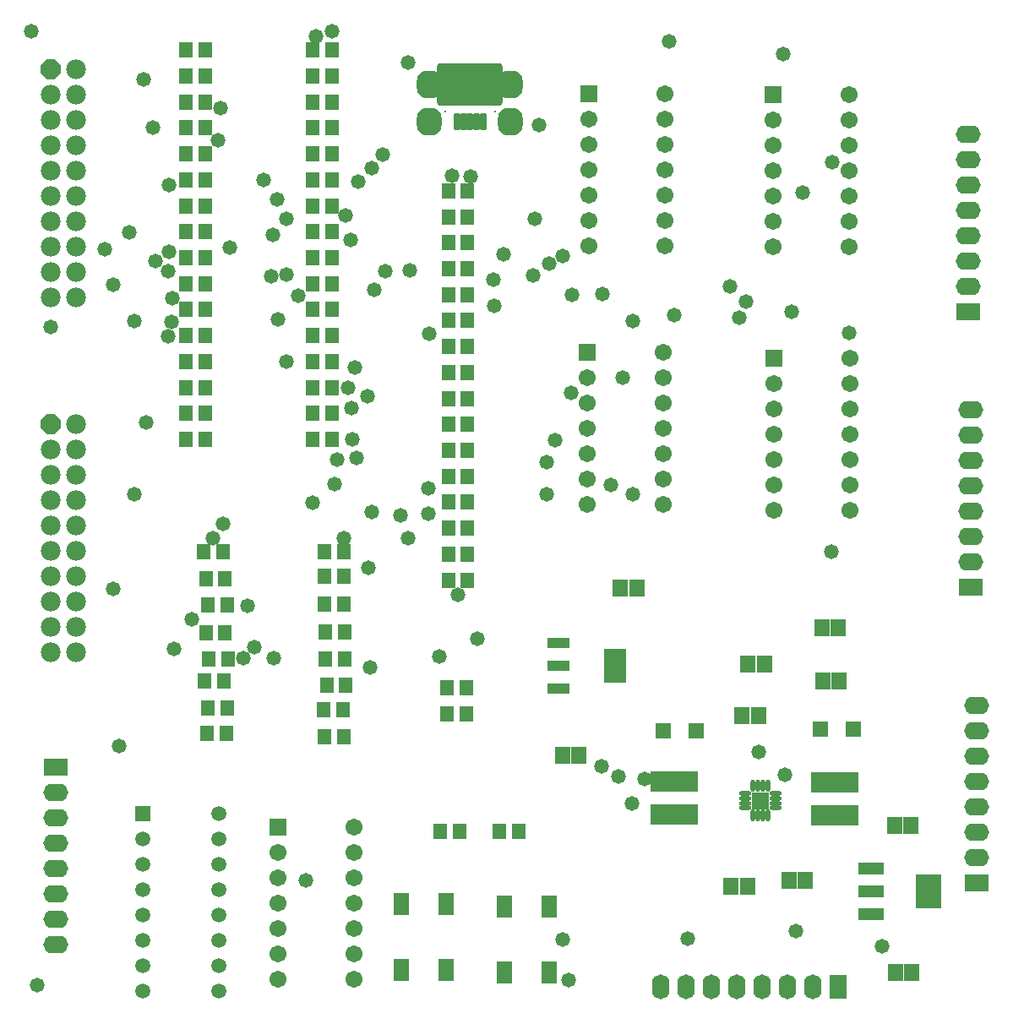
<source format=gts>
G04 Layer_Color=20142*
%FSLAX44Y44*%
%MOMM*%
G71*
G01*
G75*
%ADD28C,1.0414*%
G04:AMPARAMS|DCode=47|XSize=2.7432mm|YSize=2.4892mm|CornerRadius=1.016mm|HoleSize=0mm|Usage=FLASHONLY|Rotation=270.000|XOffset=0mm|YOffset=0mm|HoleType=Round|Shape=RoundedRectangle|*
%AMROUNDEDRECTD47*
21,1,2.7432,0.4572,0,0,270.0*
21,1,0.7112,2.4892,0,0,270.0*
1,1,2.0320,-0.2286,-0.3556*
1,1,2.0320,-0.2286,0.3556*
1,1,2.0320,0.2286,0.3556*
1,1,2.0320,0.2286,-0.3556*
%
%ADD47ROUNDEDRECTD47*%
G04:AMPARAMS|DCode=48|XSize=0.6532mm|YSize=1.7032mm|CornerRadius=0.1241mm|HoleSize=0mm|Usage=FLASHONLY|Rotation=180.000|XOffset=0mm|YOffset=0mm|HoleType=Round|Shape=RoundedRectangle|*
%AMROUNDEDRECTD48*
21,1,0.6532,1.4550,0,0,180.0*
21,1,0.4050,1.7032,0,0,180.0*
1,1,0.2482,-0.2025,0.7275*
1,1,0.2482,0.2025,0.7275*
1,1,0.2482,0.2025,-0.7275*
1,1,0.2482,-0.2025,-0.7275*
%
%ADD48ROUNDEDRECTD48*%
G04:AMPARAMS|DCode=49|XSize=6.5532mm|YSize=4.2672mm|CornerRadius=0.3048mm|HoleSize=0mm|Usage=FLASHONLY|Rotation=180.000|XOffset=0mm|YOffset=0mm|HoleType=Round|Shape=RoundedRectangle|*
%AMROUNDEDRECTD49*
21,1,6.5532,3.6576,0,0,180.0*
21,1,5.9436,4.2672,0,0,180.0*
1,1,0.6096,-2.9718,1.8288*
1,1,0.6096,2.9718,1.8288*
1,1,0.6096,2.9718,-1.8288*
1,1,0.6096,-2.9718,-1.8288*
%
%ADD49ROUNDEDRECTD49*%
%ADD50R,1.4532X1.5532*%
%ADD51R,1.4532X1.6032*%
%ADD52R,2.6032X1.2032*%
%ADD53R,2.6032X3.5032*%
%ADD54R,1.5532X1.6532*%
%ADD55R,4.7032X2.0032*%
%ADD56R,1.6002X1.6002*%
%ADD57R,2.3032X1.1032*%
%ADD58R,2.3032X3.4032*%
%ADD59R,1.6032X2.3032*%
%ADD60O,1.2032X0.4532*%
%ADD61O,0.4532X1.2032*%
%ADD62R,1.6532X1.6532*%
%ADD63C,0.9652*%
%ADD64C,1.2446*%
%ADD65C,1.2032*%
%ADD66C,0.2032*%
%ADD67C,1.7032*%
%ADD68R,1.7032X1.7032*%
%ADD69C,1.5032*%
%ADD70R,1.5032X1.5032*%
%ADD71P,2.1444X8X22.5*%
%ADD72C,1.9812*%
%ADD73O,1.7532X2.4892*%
%ADD74R,1.7532X2.4892*%
%ADD75O,2.4892X1.7532*%
%ADD76R,2.4892X1.7532*%
%ADD77C,1.4732*%
D28*
X741750Y1191000D02*
D03*
X664250D02*
D03*
D47*
X662360Y1153000D02*
D03*
X743640D02*
D03*
Y1191000D02*
D03*
X662360D02*
D03*
D48*
X716000Y1153000D02*
D03*
X709500D02*
D03*
X703000D02*
D03*
X696500D02*
D03*
X690000D02*
D03*
D49*
X703000Y1190890D02*
D03*
D50*
X545400Y1043000D02*
D03*
X545401Y1069000D02*
D03*
X439400Y540000D02*
D03*
X440400Y566000D02*
D03*
X418400Y1043000D02*
D03*
Y1069000D02*
D03*
X681400Y902000D02*
D03*
Y928000D02*
D03*
X545400Y1095000D02*
D03*
X545401Y1121000D02*
D03*
X437400Y593000D02*
D03*
X441400Y615000D02*
D03*
X418400Y1095000D02*
D03*
X680400Y560000D02*
D03*
Y586000D02*
D03*
X418400Y1121000D02*
D03*
X681400Y954000D02*
D03*
Y980000D02*
D03*
X545401Y1147000D02*
D03*
Y1173000D02*
D03*
X440400Y669000D02*
D03*
X438400Y641000D02*
D03*
X418400Y1147000D02*
D03*
X681400Y1006000D02*
D03*
Y1032000D02*
D03*
X545401Y1199000D02*
D03*
Y1225000D02*
D03*
X438400Y695000D02*
D03*
X436400Y722000D02*
D03*
X418400Y1199000D02*
D03*
Y1225000D02*
D03*
X681400Y1058000D02*
D03*
Y1084000D02*
D03*
Y850000D02*
D03*
Y876000D02*
D03*
X418400Y991000D02*
D03*
Y1017000D02*
D03*
X557400Y698000D02*
D03*
Y722000D02*
D03*
X545400Y991000D02*
D03*
Y1017000D02*
D03*
X681400Y798000D02*
D03*
Y824000D02*
D03*
X418400Y939000D02*
D03*
Y965000D02*
D03*
X558400Y642000D02*
D03*
X557400Y670000D02*
D03*
X545400Y939000D02*
D03*
Y965000D02*
D03*
X681400Y746000D02*
D03*
Y772000D02*
D03*
X418400Y887000D02*
D03*
Y913000D02*
D03*
X559400Y589000D02*
D03*
X558400Y615000D02*
D03*
X545400Y887000D02*
D03*
X681400Y694000D02*
D03*
X545400Y913000D02*
D03*
X681400Y720000D02*
D03*
X418400Y835000D02*
D03*
Y861000D02*
D03*
X557401Y537000D02*
D03*
X556400Y564000D02*
D03*
X545400Y835000D02*
D03*
Y861000D02*
D03*
X418400Y1173000D02*
D03*
X673397Y441999D02*
D03*
X732397D02*
D03*
D51*
X564600Y1043000D02*
D03*
X564600Y1069000D02*
D03*
X458600Y540000D02*
D03*
X459600Y566000D02*
D03*
X437600Y1043000D02*
D03*
Y1069000D02*
D03*
X700600Y902000D02*
D03*
Y928000D02*
D03*
X564600Y1095000D02*
D03*
X564600Y1121000D02*
D03*
X456600Y593000D02*
D03*
X460600Y615000D02*
D03*
X437600Y1095000D02*
D03*
X699600Y560000D02*
D03*
Y586000D02*
D03*
X437600Y1121000D02*
D03*
X700600Y954000D02*
D03*
Y980000D02*
D03*
X564600Y1147000D02*
D03*
Y1173000D02*
D03*
X459600Y669000D02*
D03*
X457600Y641000D02*
D03*
X437600Y1147000D02*
D03*
X700600Y1006000D02*
D03*
Y1032000D02*
D03*
X564600Y1199000D02*
D03*
Y1225000D02*
D03*
X457600Y695000D02*
D03*
X455600Y722000D02*
D03*
X437600Y1199000D02*
D03*
Y1225000D02*
D03*
X700600Y1058000D02*
D03*
Y1084000D02*
D03*
Y850000D02*
D03*
Y876000D02*
D03*
X437600Y991000D02*
D03*
Y1017000D02*
D03*
X576600Y698000D02*
D03*
Y722000D02*
D03*
X564600Y991000D02*
D03*
Y1017000D02*
D03*
X700600Y798000D02*
D03*
Y824000D02*
D03*
X437600Y939000D02*
D03*
Y965000D02*
D03*
X577600Y642000D02*
D03*
X576600Y670000D02*
D03*
X564600Y939000D02*
D03*
Y965000D02*
D03*
X700600Y746000D02*
D03*
Y772000D02*
D03*
X437600Y887000D02*
D03*
Y913000D02*
D03*
X578600Y589000D02*
D03*
X577600Y615000D02*
D03*
X564600Y887000D02*
D03*
X700600Y694000D02*
D03*
X564600Y913000D02*
D03*
X700600Y720000D02*
D03*
X437600Y835000D02*
D03*
Y861000D02*
D03*
X576600Y537000D02*
D03*
X575600Y564000D02*
D03*
X564600Y835000D02*
D03*
Y861000D02*
D03*
X437600Y1173000D02*
D03*
X692597Y441999D02*
D03*
X751597D02*
D03*
D52*
X1104658Y405007D02*
D03*
Y382006D02*
D03*
Y359007D02*
D03*
D53*
X1162658Y382006D02*
D03*
D54*
X1073250Y593000D02*
D03*
X1056750D02*
D03*
X1072250Y646000D02*
D03*
X1055750D02*
D03*
X1145907Y301006D02*
D03*
X1129407D02*
D03*
X1144908Y448007D02*
D03*
X1128407D02*
D03*
X1039250Y393000D02*
D03*
X1022750D02*
D03*
X992250Y558000D02*
D03*
X975750D02*
D03*
X981250Y387000D02*
D03*
X964750D02*
D03*
X998250Y610000D02*
D03*
X981750D02*
D03*
X812250Y518000D02*
D03*
X795750D02*
D03*
X870250Y686000D02*
D03*
X853750D02*
D03*
D55*
X1069000Y491500D02*
D03*
Y458500D02*
D03*
X908000Y492500D02*
D03*
Y459500D02*
D03*
D56*
X929510Y543000D02*
D03*
X896490D02*
D03*
X1087510Y545000D02*
D03*
X1054490D02*
D03*
D57*
X791500Y631000D02*
D03*
Y608000D02*
D03*
Y585000D02*
D03*
D58*
X848500Y608000D02*
D03*
D59*
X634500Y302938D02*
D03*
Y369062D02*
D03*
X679500Y302938D02*
D03*
Y369062D02*
D03*
X737500Y300938D02*
D03*
Y367062D02*
D03*
X782500Y300938D02*
D03*
Y367062D02*
D03*
D60*
X979000Y480500D02*
D03*
Y475500D02*
D03*
Y470500D02*
D03*
Y465500D02*
D03*
X1009000D02*
D03*
Y470500D02*
D03*
Y475500D02*
D03*
Y480500D02*
D03*
D61*
X986500Y458000D02*
D03*
X991500D02*
D03*
X996500D02*
D03*
X1001500D02*
D03*
Y488000D02*
D03*
X996500D02*
D03*
X991500D02*
D03*
X986500D02*
D03*
D62*
X994000Y473000D02*
D03*
D63*
X741750Y1194250D02*
D03*
Y1187750D02*
D03*
X664250D02*
D03*
Y1194250D02*
D03*
D64*
X665750Y1150250D02*
D03*
Y1155750D02*
D03*
X740250Y1153000D02*
D03*
Y1150250D02*
D03*
D65*
X665750Y1153000D02*
D03*
X740250Y1155750D02*
D03*
D66*
X678000Y1163500D02*
D03*
X728400D02*
D03*
D67*
X587100Y293800D02*
D03*
Y319200D02*
D03*
Y344600D02*
D03*
Y370000D02*
D03*
Y395400D02*
D03*
Y420800D02*
D03*
Y446200D02*
D03*
X510900Y293800D02*
D03*
Y319200D02*
D03*
Y344600D02*
D03*
Y370000D02*
D03*
Y395400D02*
D03*
Y420800D02*
D03*
X897100Y769800D02*
D03*
Y795200D02*
D03*
Y820600D02*
D03*
Y846000D02*
D03*
Y871400D02*
D03*
Y896800D02*
D03*
Y922200D02*
D03*
X820900Y769800D02*
D03*
Y795200D02*
D03*
Y820600D02*
D03*
Y846000D02*
D03*
Y871400D02*
D03*
Y896800D02*
D03*
X1084100Y763800D02*
D03*
Y789200D02*
D03*
Y814600D02*
D03*
Y840000D02*
D03*
Y865400D02*
D03*
Y890800D02*
D03*
Y916200D02*
D03*
X1007900Y763800D02*
D03*
Y789200D02*
D03*
Y814600D02*
D03*
Y840000D02*
D03*
Y865400D02*
D03*
Y890800D02*
D03*
X898100Y1028800D02*
D03*
Y1054200D02*
D03*
Y1079600D02*
D03*
Y1105000D02*
D03*
Y1130400D02*
D03*
Y1155800D02*
D03*
Y1181200D02*
D03*
X821900Y1028800D02*
D03*
Y1054200D02*
D03*
Y1079600D02*
D03*
Y1105000D02*
D03*
Y1130400D02*
D03*
Y1155800D02*
D03*
X1083100Y1027800D02*
D03*
Y1053200D02*
D03*
Y1078600D02*
D03*
Y1104000D02*
D03*
Y1129400D02*
D03*
Y1154800D02*
D03*
Y1180200D02*
D03*
X1006900Y1027800D02*
D03*
Y1053200D02*
D03*
Y1078600D02*
D03*
Y1104000D02*
D03*
Y1129400D02*
D03*
Y1154800D02*
D03*
D68*
X510900Y446200D02*
D03*
X820900Y922200D02*
D03*
X1007900Y916200D02*
D03*
X821900Y1181200D02*
D03*
X1006900Y1180200D02*
D03*
D69*
X451200Y282200D02*
D03*
Y307600D02*
D03*
Y333000D02*
D03*
Y358400D02*
D03*
Y383800D02*
D03*
Y409200D02*
D03*
Y434600D02*
D03*
Y460000D02*
D03*
X375000Y282200D02*
D03*
Y307600D02*
D03*
Y333000D02*
D03*
Y358400D02*
D03*
Y383800D02*
D03*
Y409200D02*
D03*
Y434600D02*
D03*
D70*
Y460000D02*
D03*
D71*
X283000Y1206000D02*
D03*
Y850400D02*
D03*
D72*
Y1180600D02*
D03*
Y1155200D02*
D03*
Y1129800D02*
D03*
Y1104400D02*
D03*
Y1079000D02*
D03*
Y1053600D02*
D03*
Y1028200D02*
D03*
Y1002800D02*
D03*
Y977400D02*
D03*
X308400Y1206000D02*
D03*
Y1180600D02*
D03*
Y1155200D02*
D03*
Y1129800D02*
D03*
Y1104400D02*
D03*
Y1079000D02*
D03*
Y1053600D02*
D03*
Y1028200D02*
D03*
Y1002800D02*
D03*
Y977400D02*
D03*
X283000Y825000D02*
D03*
Y799600D02*
D03*
Y774200D02*
D03*
Y748800D02*
D03*
Y723400D02*
D03*
Y698000D02*
D03*
Y672600D02*
D03*
Y647200D02*
D03*
Y621800D02*
D03*
X308400Y850400D02*
D03*
Y825000D02*
D03*
Y799600D02*
D03*
Y774200D02*
D03*
Y748800D02*
D03*
Y723400D02*
D03*
Y698000D02*
D03*
Y672600D02*
D03*
Y647200D02*
D03*
Y621800D02*
D03*
D73*
X894100Y286000D02*
D03*
X919500D02*
D03*
X944900D02*
D03*
X970300D02*
D03*
X995700D02*
D03*
X1021100D02*
D03*
X1046500D02*
D03*
D74*
X1071900D02*
D03*
D75*
X1202000Y1140900D02*
D03*
Y1115500D02*
D03*
Y1090100D02*
D03*
Y1064700D02*
D03*
Y1039300D02*
D03*
Y1013900D02*
D03*
Y988500D02*
D03*
X1211000Y567900D02*
D03*
Y542500D02*
D03*
Y517100D02*
D03*
Y491700D02*
D03*
Y466300D02*
D03*
Y440900D02*
D03*
Y415500D02*
D03*
X288000Y329100D02*
D03*
Y354500D02*
D03*
Y379900D02*
D03*
Y405300D02*
D03*
Y430700D02*
D03*
Y456100D02*
D03*
Y481500D02*
D03*
X1205000Y864900D02*
D03*
Y839500D02*
D03*
Y814100D02*
D03*
Y788700D02*
D03*
Y763300D02*
D03*
Y737900D02*
D03*
Y712500D02*
D03*
D76*
X1202000Y963100D02*
D03*
X1211000Y390100D02*
D03*
X288000Y506900D02*
D03*
X1205000Y687100D02*
D03*
D77*
X282630Y948000D02*
D03*
X834644Y507492D02*
D03*
X672338Y617728D02*
D03*
X269494Y288290D02*
D03*
X361950Y1042416D02*
D03*
X351536Y527812D02*
D03*
X337312Y1025906D02*
D03*
X710184Y635497D02*
D03*
X366522Y779828D02*
D03*
X401193Y1022858D02*
D03*
X567206Y789916D02*
D03*
X400177Y1003554D02*
D03*
X618236D02*
D03*
X405130Y976376D02*
D03*
X462026Y1026922D02*
D03*
X406146Y625348D02*
D03*
X476250Y615950D02*
D03*
X385096Y1147000D02*
D03*
X345948Y684748D02*
D03*
Y989965D02*
D03*
X387652Y1013968D02*
D03*
X506222Y615696D02*
D03*
X263652Y1243584D02*
D03*
X376174Y1195324D02*
D03*
X455676Y750316D02*
D03*
X584454Y866648D02*
D03*
X545400Y771120D02*
D03*
X600202Y877824D02*
D03*
X690626Y678942D02*
D03*
X601218Y706374D02*
D03*
X581311Y887000D02*
D03*
X865980Y953803D02*
D03*
X604393Y762000D02*
D03*
X1065022Y722376D02*
D03*
X587502Y906780D02*
D03*
X907542Y959358D02*
D03*
X779526Y780034D02*
D03*
X844550Y789269D02*
D03*
X804418Y881888D02*
D03*
X518774Y913000D02*
D03*
X633476Y758444D02*
D03*
X973225Y956794D02*
D03*
X510546Y954834D02*
D03*
X661162Y760603D02*
D03*
X779526Y812292D02*
D03*
X531368Y979170D02*
D03*
X805434Y980059D02*
D03*
X519430Y1000125D02*
D03*
X980059Y973074D02*
D03*
X604472Y1106424D02*
D03*
X1066220Y1112520D02*
D03*
X509778Y1075182D02*
D03*
X662432Y941070D02*
D03*
X1083056Y941578D02*
D03*
X766278Y999086D02*
D03*
X496086Y1095000D02*
D03*
X736322Y1020596D02*
D03*
X591058Y1093216D02*
D03*
X685038Y1098804D02*
D03*
X450850Y1135126D02*
D03*
X641350Y1212850D02*
D03*
X1017270Y1220724D02*
D03*
X772668Y1150366D02*
D03*
X835533Y980440D02*
D03*
X727202Y968514D02*
D03*
X726694Y994664D02*
D03*
X453136Y1167130D02*
D03*
X548640Y1239012D02*
D03*
X902622Y1233678D02*
D03*
X992124Y521462D02*
D03*
X851964Y496824D02*
D03*
X1025117Y963100D02*
D03*
X1036320Y1082620D02*
D03*
X1029482Y342646D02*
D03*
X865124Y469900D02*
D03*
X796290Y334010D02*
D03*
X801878Y293116D02*
D03*
X538861Y392938D02*
D03*
X921004Y334897D02*
D03*
X404368Y952754D02*
D03*
X518922Y1056005D02*
D03*
X378460Y851662D02*
D03*
X855980Y896800D02*
D03*
X866140Y780034D02*
D03*
X564600Y1243838D02*
D03*
X703775Y1098364D02*
D03*
X661416Y786130D02*
D03*
X505206Y1039876D02*
D03*
X782574Y1011428D02*
D03*
X583716Y1034796D02*
D03*
X767842Y1055878D02*
D03*
X578612Y1059434D02*
D03*
X796290Y1018540D02*
D03*
X642620Y1003935D02*
D03*
X640842Y736346D02*
D03*
X576326D02*
D03*
X606806Y984758D02*
D03*
X615444Y1120135D02*
D03*
X503682Y998728D02*
D03*
X963800Y988500D02*
D03*
X585149Y835000D02*
D03*
X589660Y816385D02*
D03*
X569976Y815086D02*
D03*
X400812Y938276D02*
D03*
X401066Y1090168D02*
D03*
X366649Y953897D02*
D03*
X602742Y606576D02*
D03*
X486918Y626364D02*
D03*
X878332Y494665D02*
D03*
X1115822Y327152D02*
D03*
X424434Y654558D02*
D03*
X788126Y833882D02*
D03*
X445516Y736092D02*
D03*
X479806Y668020D02*
D03*
X1019000Y499000D02*
D03*
M02*

</source>
